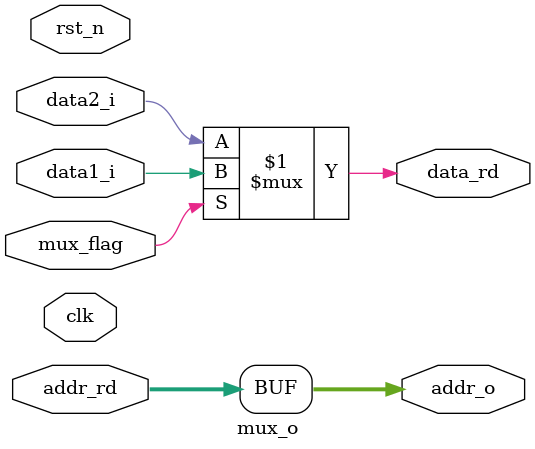
<source format=v>
`timescale 1ns / 1ps


module mux_o(
    input clk,
    input rst_n,
 	// ram read signal
 	input [18:0] addr_rd,
 	output [0:0] data_rd,
    // mux flag
	input mux_flag,
    // ram signal input
    input [0:0] data1_i,
    input [0:0] data2_i,
    // ram signal output
    output [18:0] addr_o
    );

	assign addr_o = addr_rd;
	assign data_rd = mux_flag ? data1_i : data2_i; // mux_flag 1 , 1 channel; mux_flag 0 , 2 channel

endmodule

</source>
